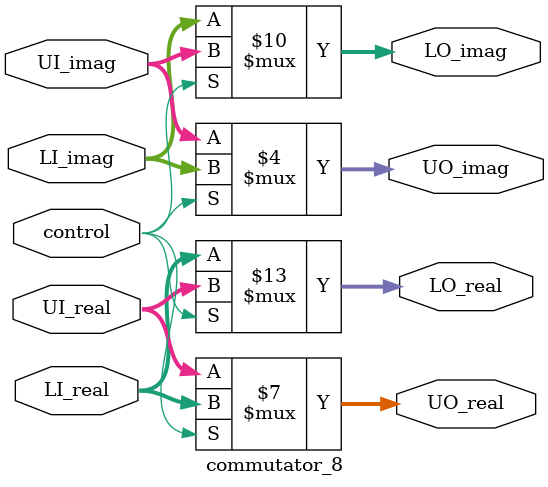
<source format=v>
`timescale 1ns / 1ps
module commutator_8( control, LI_real, LI_imag, UI_real, UI_imag, LO_real, LO_imag, UO_real, UO_imag);
//input clk;
input control;
input signed [12:0] LI_real, LI_imag;
input signed [12:0] UI_real, UI_imag;
output reg signed [12:0] LO_real, LO_imag;
output reg signed [12:0] UO_real, UO_imag;

always @(*)
begin
    if(control==1) // switch
        begin
            LO_real <= UI_real;
            LO_imag <= UI_imag;
            
            UO_real <= LI_real;
            UO_imag <= LI_imag;
        end
     else
        begin
            LO_real <= LI_real;
            LO_imag <= LI_imag;
            
            UO_real <= UI_real;
            UO_imag <= UI_imag;
        end
end



 
endmodule

</source>
